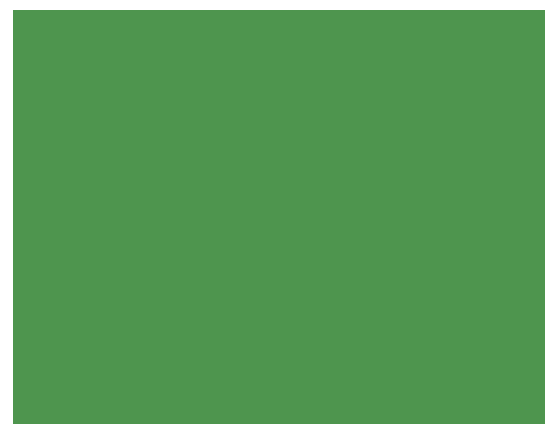
<source format=gbr>
%TF.GenerationSoftware,Novarm,DipTrace,3.0.0.2*%
%TF.CreationDate,2017-04-09T13:10:22+02:00*%
%FSLAX26Y26*%
%MOIN*%
%TF.FileFunction,Drawing,Board polygon*%
%TF.Part,Single*%
G75*
G01*
%LPD*%
G36*
X394016Y394016D2*
X2165669D1*
Y1771969D1*
X394016D1*
Y394016D1*
G37*
M02*

</source>
